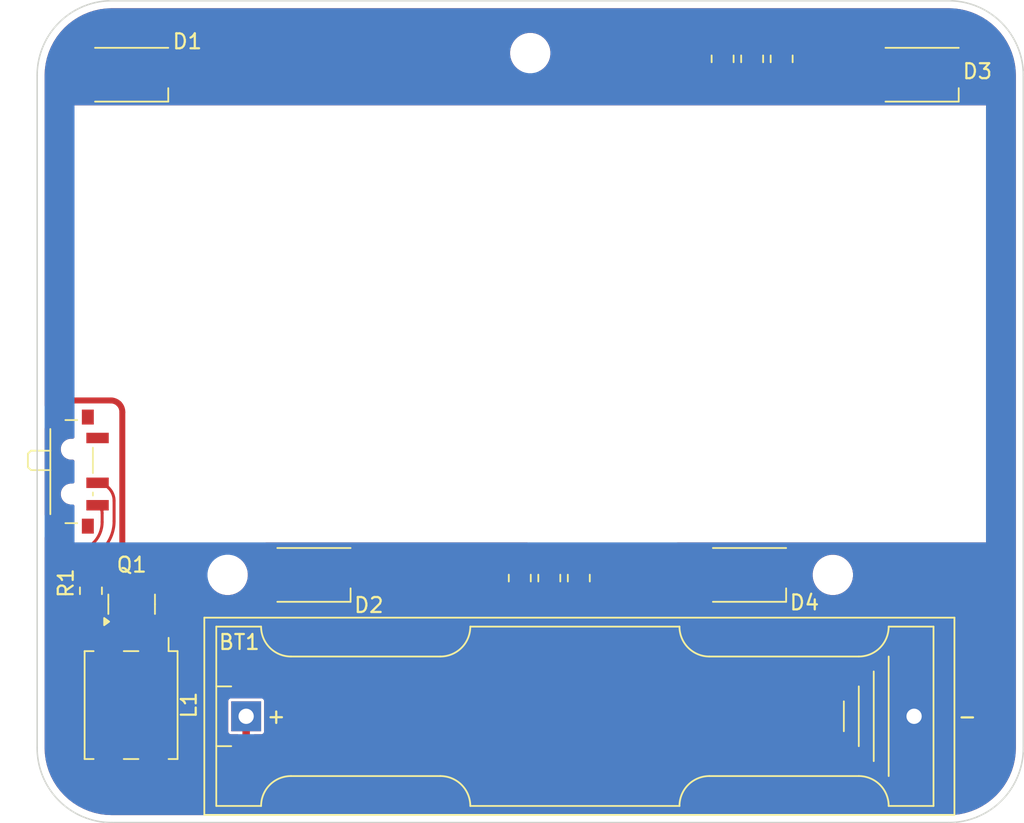
<source format=kicad_pcb>
(kicad_pcb (version 20240108) (generator "pcbnew") (generator_version "8.0")
  (layers (0 "F.Cu" signal) (31 "B.Cu" signal) (34 "B.Paste" user) (35 "F.Paste" user) (36 "B.SilkS" user "B.Silkscreen") (37 "F.SilkS" user "F.Silkscreen") (38 "B.Mask" user) (39 "F.Mask" user) (44 "Edge.Cuts" user))
  (net 0 "")
  (net 1 "Net-(BT1--)")
  (net 2 "Net-(BT1-+)")
  (net 3 "Net-(D1-KB)")
  (net 4 "Net-(D1-KG)")
  (net 5 "Net-(D1-KR)")
  (net 6 "Net-(D1-AB)")
  (net 7 "Net-(D2-KB)")
  (net 8 "Net-(D2-KG)")
  (net 9 "Net-(D2-KR)")
  (net 10 "Net-(D3-AB)")
  (net 11 "Net-(D3-AR)")
  (net 12 "Net-(D3-AG)")
  (net 13 "Net-(D4-AR)")
  (net 14 "Net-(D4-AB)")
  (net 15 "Net-(D4-AG)")
  (net 16 "Net-(Q1-B)")
  (net 17 "Net-(SW1-B)")
  (net 18 "Net-(SW1-C)")
  (footprint "" (layer "F.Cu") (at 113.3 138.55)
    (property "Reference" "" (at 0 0 0) (layer "F.SilkS") (effects (font (size 1.27 1.27))))
    (property "Value" "")
    (pad "" np_thru_hole circle (at -0.55 -0.125) (size 2.2 2.2) (drill 2.2) (layers "F&B.Cu" "*.Mask"))
  )
  (footprint "Resistor_SMD:R_0805_2012Metric" (layer "F.Cu") (at 147.85 103.8875 90)
    (property "Reference" "R4" (hide yes))
    (property "Value" "R")
    (fp_line (start -0.227064 -0.735) (end 0.227064 -0.735) (stroke (width 0.12)) (layer "F.SilkS"))
    (fp_line (start -0.227064 0.735) (end 0.227064 0.735) (stroke (width 0.12)) (layer "F.SilkS"))
    (pad "1" smd roundrect (at -0.9125 0 90) (size 1.025 1.4) (layers "F.Cu" "F.Paste" "F.Mask") (roundrect_rratio 0.243902) (net 5 "Net-(D1-KR)"))
    (pad "2" smd roundrect (at 0.9125 0 90) (size 1.025 1.4) (layers "F.Cu" "F.Paste" "F.Mask") (roundrect_rratio 0.243902) (net 11 "Net-(D3-AR)"))
  )
  (footprint "Package_TO_SOT_SMD:SOT-23" (layer "F.Cu") (at 106.325 140.3875 90)
    (property "Reference" "Q1" (at 2.6375 0 180) (layer "F.SilkS"))
    (property "Value" "Q_NPN_BEC")
    (fp_line (start 0 -1.56) (end 0.65 -1.56) (stroke (width 0.12)) (layer "F.SilkS"))
    (fp_line (start 0 -1.56) (end -0.65 -1.56) (stroke (width 0.12)) (layer "F.SilkS"))
    (fp_line (start 0 1.56) (end 0.65 1.56) (stroke (width 0.12)) (layer "F.SilkS"))
    (fp_line (start 0 1.56) (end -0.65 1.56) (stroke (width 0.12)) (layer "F.SilkS"))
    (fp_poly (pts (xy -1.1625 -1.51) (xy -1.4025 -1.84) (xy -0.9225 -1.84) (xy -1.1625 -1.51)) (stroke (width 0.12)) (fill solid) (layer "F.SilkS"))
    (pad "1" smd roundrect (at -0.9375 -0.95 90) (size 1.475 0.6) (layers "F.Cu" "F.Paste" "F.Mask") (net 16 "Net-(Q1-B)"))
    (pad "2" smd roundrect (at -0.9375 0.95 90) (size 1.475 0.6) (layers "F.Cu" "F.Paste" "F.Mask") (net 1 "Net-(BT1--)"))
    (pad "3" smd roundrect (at 0.9375 0 90) (size 1.475 0.6) (layers "F.Cu" "F.Paste" "F.Mask") (net 6 "Net-(D1-AB)"))
  )
  (footprint "Resistor_SMD:R_0805_2012Metric" (layer "F.Cu") (at 132.3 138.6375 90)
    (property "Reference" "R6" (hide yes))
    (property "Value" "R")
    (fp_line (start -0.227064 -0.735) (end 0.227064 -0.735) (stroke (width 0.12)) (layer "F.SilkS"))
    (fp_line (start -0.227064 0.735) (end 0.227064 0.735) (stroke (width 0.12)) (layer "F.SilkS"))
    (pad "1" smd roundrect (at -0.9125 0 90) (size 1.025 1.4) (layers "F.Cu" "F.Paste" "F.Mask") (roundrect_rratio 0.243902) (net 8 "Net-(D2-KG)"))
    (pad "2" smd roundrect (at 0.9125 0 90) (size 1.025 1.4) (layers "F.Cu" "F.Paste" "F.Mask") (roundrect_rratio 0.243902) (net 15 "Net-(D4-AG)"))
  )
  (footprint "Resistor_SMD:R_0805_2012Metric" (layer "F.Cu") (at 136.25 138.6375 90)
    (property "Reference" "R5" (hide yes))
    (property "Value" "R")
    (fp_line (start -0.227064 -0.735) (end 0.227064 -0.735) (stroke (width 0.12)) (layer "F.SilkS"))
    (fp_line (start -0.227064 0.735) (end 0.227064 0.735) (stroke (width 0.12)) (layer "F.SilkS"))
    (pad "1" smd roundrect (at -0.9125 0 90) (size 1.025 1.4) (layers "F.Cu" "F.Paste" "F.Mask") (roundrect_rratio 0.243902) (net 7 "Net-(D2-KB)"))
    (pad "2" smd roundrect (at 0.9125 0 90) (size 1.025 1.4) (layers "F.Cu" "F.Paste" "F.Mask") (roundrect_rratio 0.243902) (net 14 "Net-(D4-AB)"))
  )
  (footprint "Button_Switch_SMD:SW_SPDT_PCM12" (layer "F.Cu") (at 102.6125 131.511433 -90)
    (property "Reference" "SW1" (hide yes))
    (property "Value" "SW_SPDT")
    (fp_line (start -1.2 3.23) (end -0.3 3.23) (stroke (width 0.12)) (layer "F.SilkS"))
    (fp_line (start -1.4 3.02) (end -1.2 3.23) (stroke (width 0.12)) (layer "F.SilkS"))
    (fp_line (start -0.1 3.02) (end -0.3 3.23) (stroke (width 0.12)) (layer "F.SilkS"))
    (fp_line (start -0.1 3.02) (end -0.1 1.73) (stroke (width 0.12)) (layer "F.SilkS"))
    (fp_line (start -2.85 1.73) (end 2.85 1.73) (stroke (width 0.12)) (layer "F.SilkS"))
    (fp_line (start -1.4 1.73) (end -1.4 3.02) (stroke (width 0.12)) (layer "F.SilkS"))
    (fp_line (start 3.45 0.72) (end 3.45 -0.07) (stroke (width 0.12)) (layer "F.SilkS"))
    (fp_line (start -3.45 -0.07) (end -3.45 0.72) (stroke (width 0.12)) (layer "F.SilkS"))
    (fp_line (start -1.6 -1.12) (end 0.1 -1.12) (stroke (width 0.12)) (layer "F.SilkS"))
    (fp_line (start 1.4 -1.12) (end 1.6 -1.12) (stroke (width 0.12)) (layer "F.SilkS"))
    (pad "" smd rect (at -3.65 -0.78 270) (size 1 0.8) (layers "F.Cu" "F.Paste" "F.Mask"))
    (pad "" smd rect (at -3.65 1.43 270) (size 1 0.8) (layers "F.Cu" "F.Paste" "F.Mask"))
    (pad "" np_thru_hole circle (at -1.5 0.33 270) (size 0.9 0.9) (drill 0.9) (layers "*.Cu" "*.Mask"))
    (pad "" np_thru_hole circle (at 1.5 0.33 270) (size 0.9 0.9) (drill 0.9) (layers "*.Cu" "*.Mask"))
    (pad "" smd rect (at 3.65 -0.78 270) (size 1 0.8) (layers "F.Cu" "F.Paste" "F.Mask"))
    (pad "" smd rect (at 3.65 1.43 270) (size 1 0.8) (layers "F.Cu" "F.Paste" "F.Mask"))
    (pad "1" smd rect (at -2.25 -1.43 270) (size 0.7 1.5) (layers "F.Cu" "F.Paste" "F.Mask"))
    (pad "2" smd rect (at 0.75 -1.43 270) (size 0.7 1.5) (layers "F.Cu" "F.Paste" "F.Mask") (net 17 "Net-(SW1-B)"))
    (pad "3" smd rect (at 2.25 -1.43 270) (size 0.7 1.5) (layers "F.Cu" "F.Paste" "F.Mask") (net 18 "Net-(SW1-C)"))
  )
  (footprint "Resistor_SMD:R_0805_2012Metric" (layer "F.Cu") (at 145.875 103.8875 90)
    (property "Reference" "R3" (hide yes))
    (property "Value" "R")
    (fp_line (start -0.227064 -0.735) (end 0.227064 -0.735) (stroke (width 0.12)) (layer "F.SilkS"))
    (fp_line (start -0.227064 0.735) (end 0.227064 0.735) (stroke (width 0.12)) (layer "F.SilkS"))
    (pad "1" smd roundrect (at -0.9125 0 90) (size 1.025 1.4) (layers "F.Cu" "F.Paste" "F.Mask") (roundrect_rratio 0.243902) (net 4 "Net-(D1-KG)"))
    (pad "2" smd roundrect (at 0.9125 0 90) (size 1.025 1.4) (layers "F.Cu" "F.Paste" "F.Mask") (roundrect_rratio 0.243902) (net 12 "Net-(D3-AG)"))
  )
  (footprint "LED_SMD:LED_RGB_PLCC-6" (layer "F.Cu") (at 147.575 138.425 180)
    (property "Reference" "D4" (at -3.775 -1.85 0) (layer "F.SilkS"))
    (property "Value" "CLX6F-FKC")
    (fp_line (start 2.35 -1.8) (end -2.55 -1.8) (stroke (width 0.12)) (layer "F.SilkS"))
    (fp_line (start -2.55 1.8) (end 2.35 1.8) (stroke (width 0.12)) (layer "F.SilkS"))
    (fp_line (start -2.55 -1.8) (end -2.55 -0.9) (stroke (width 0.12)) (layer "F.SilkS"))
    (pad "1" smd rect (at -1.55 -1.1 270) (size 0.7 1.3) (layers "F.Cu" "F.Paste" "F.Mask") (net 1 "Net-(BT1--)"))
    (pad "2" smd rect (at -1.55 0 270) (size 0.7 1.3) (layers "F.Cu" "F.Paste" "F.Mask") (net 1 "Net-(BT1--)"))
    (pad "3" smd rect (at -1.55 1.1 270) (size 0.7 1.3) (layers "F.Cu" "F.Paste" "F.Mask") (net 1 "Net-(BT1--)"))
    (pad "4" smd rect (at 1.55 1.1 270) (size 0.7 1.3) (layers "F.Cu" "F.Paste" "F.Mask") (net 13 "Net-(D4-AR)"))
    (pad "5" smd rect (at 1.55 0 270) (size 0.7 1.3) (layers "F.Cu" "F.Paste" "F.Mask") (net 15 "Net-(D4-AG)"))
    (pad "6" smd rect (at 1.55 -1.1 270) (size 0.7 1.3) (layers "F.Cu" "F.Paste" "F.Mask") (net 14 "Net-(D4-AB)"))
  )
  (footprint "" (layer "F.Cu") (at 113.2 138.425)
    (property "Reference" "" (at 0 0 0) (layer "F.SilkS") (effects (font (size 1.27 1.27))))
    (property "Value" "")
    (pad "" np_thru_hole circle (at 19.8 -34.925) (size 2.2 2.2) (drill 2.2) (layers "F&B.Cu" "*.Mask"))
  )
  (footprint "LED_SMD:LED_RGB_PLCC-6" (layer "F.Cu") (at 159.125 104.95 180)
    (property "Reference" "D3" (at -3.8 0.225 0) (layer "F.SilkS"))
    (property "Value" "CLX6F-FKC")
    (fp_line (start 2.35 -1.8) (end -2.55 -1.8) (stroke (width 0.12)) (layer "F.SilkS"))
    (fp_line (start -2.55 1.8) (end 2.35 1.8) (stroke (width 0.12)) (layer "F.SilkS"))
    (fp_line (start -2.55 -1.8) (end -2.55 -0.9) (stroke (width 0.12)) (layer "F.SilkS"))
    (pad "1" smd rect (at -1.55 -1.1 270) (size 0.7 1.3) (layers "F.Cu" "F.Paste" "F.Mask") (net 1 "Net-(BT1--)"))
    (pad "2" smd rect (at -1.55 0 270) (size 0.7 1.3) (layers "F.Cu" "F.Paste" "F.Mask") (net 1 "Net-(BT1--)"))
    (pad "3" smd rect (at -1.55 1.1 270) (size 0.7 1.3) (layers "F.Cu" "F.Paste" "F.Mask") (net 1 "Net-(BT1--)"))
    (pad "4" smd rect (at 1.55 1.1 270) (size 0.7 1.3) (layers "F.Cu" "F.Paste" "F.Mask") (net 11 "Net-(D3-AR)"))
    (pad "5" smd rect (at 1.55 0 270) (size 0.7 1.3) (layers "F.Cu" "F.Paste" "F.Mask") (net 12 "Net-(D3-AG)"))
    (pad "6" smd rect (at 1.55 -1.1 270) (size 0.7 1.3) (layers "F.Cu" "F.Paste" "F.Mask") (net 10 "Net-(D3-AB)"))
  )
  (footprint "Resistor_SMD:R_0805_2012Metric" (layer "F.Cu") (at 103.6 139.4875 -90)
    (property "Reference" "R1" (at -0.5125 1.675 90) (layer "F.SilkS"))
    (property "Value" "R")
    (fp_line (start -0.227064 0.735) (end 0.227064 0.735) (stroke (width 0.12)) (layer "F.SilkS"))
    (fp_line (start -0.227064 -0.735) (end 0.227064 -0.735) (stroke (width 0.12)) (layer "F.SilkS"))
    (pad "1" smd roundrect (at -0.9125 0 270) (size 1.025 1.4) (layers "F.Cu" "F.Paste" "F.Mask") (roundrect_rratio 0.243902) (net 17 "Net-(SW1-B)"))
    (pad "2" smd roundrect (at 0.9125 0 270) (size 1.025 1.4) (layers "F.Cu" "F.Paste" "F.Mask") (roundrect_rratio 0.243902) (net 16 "Net-(Q1-B)"))
  )
  (footprint "LED_SMD:LED_RGB_PLCC-6" (layer "F.Cu") (at 118.425 138.425 180)
    (property "Reference" "D2" (at -3.775 -2.025 0) (layer "F.SilkS"))
    (property "Value" "CLX6F-FKC")
    (fp_line (start 2.35 -1.8) (end -2.55 -1.8) (stroke (width 0.12)) (layer "F.SilkS"))
    (fp_line (start -2.55 1.8) (end 2.35 1.8) (stroke (width 0.12)) (layer "F.SilkS"))
    (fp_line (start -2.55 -1.8) (end -2.55 -0.9) (stroke (width 0.12)) (layer "F.SilkS"))
    (pad "1" smd rect (at -1.55 -1.1 270) (size 0.7 1.3) (layers "F.Cu" "F.Paste" "F.Mask") (net 7 "Net-(D2-KB)"))
    (pad "2" smd rect (at -1.55 0 270) (size 0.7 1.3) (layers "F.Cu" "F.Paste" "F.Mask") (net 8 "Net-(D2-KG)"))
    (pad "3" smd rect (at -1.55 1.1 270) (size 0.7 1.3) (layers "F.Cu" "F.Paste" "F.Mask") (net 9 "Net-(D2-KR)"))
    (pad "4" smd rect (at 1.55 1.1 270) (size 0.7 1.3) (layers "F.Cu" "F.Paste" "F.Mask") (net 6 "Net-(D1-AB)"))
    (pad "5" smd rect (at 1.55 0 270) (size 0.7 1.3) (layers "F.Cu" "F.Paste" "F.Mask") (net 6 "Net-(D1-AB)"))
    (pad "6" smd rect (at 1.55 -1.1 270) (size 0.7 1.3) (layers "F.Cu" "F.Paste" "F.Mask") (net 6 "Net-(D1-AB)"))
  )
  (footprint "Inductor_SMD:L_CommonModeChoke_TDK_ACM7060" (layer "F.Cu") (at 106.2875 147.136433 -90)
    (property "Reference" "L1" (at 0 -3.87 90) (layer "F.SilkS"))
    (property "Value" "L_Ferrite_Coupled")
    (fp_line (start -3.61 3.11) (end 3.61 3.11) (stroke (width 0.12)) (layer "F.SilkS"))
    (fp_line (start -3.61 3.11) (end -3.61 2.51) (stroke (width 0.12)) (layer "F.SilkS"))
    (fp_line (start 3.61 3.11) (end 3.61 2.51) (stroke (width 0.12)) (layer "F.SilkS"))
    (fp_line (start -3.61 0.49) (end -3.61 -0.49) (stroke (width 0.12)) (layer "F.SilkS"))
    (fp_line (start 3.61 0.49) (end 3.61 -0.49) (stroke (width 0.12)) (layer "F.SilkS"))
    (fp_line (start -3.61 -2.51) (end -4.5 -2.51) (stroke (width 0.12)) (layer "F.SilkS"))
    (fp_line (start -3.61 -2.51) (end -3.61 -3.11) (stroke (width 0.12)) (layer "F.SilkS"))
    (fp_line (start 3.61 -2.51) (end 3.61 -3.11) (stroke (width 0.12)) (layer "F.SilkS"))
    (fp_line (start -3.61 -3.11) (end 3.61 -3.11) (stroke (width 0.12)) (layer "F.SilkS"))
    (pad "1" smd roundrect (at -3.25 -1.5 270) (size 2.5 1.5) (layers "F.Cu" "F.Paste" "F.Mask") (roundrect_rratio 0.1666666667) (net 6 "Net-(D1-AB)"))
    (pad "2" smd roundrect (at -3.25 1.5 270) (size 2.5 1.5) (layers "F.Cu" "F.Paste" "F.Mask") (roundrect_rratio 0.1666666667) (net 18 "Net-(SW1-C)"))
    (pad "3" smd roundrect (at 3.25 1.5 270) (size 2.5 1.5) (layers "F.Cu" "F.Paste" "F.Mask") (roundrect_rratio 0.1666666667) (net 2 "Net-(BT1-+)"))
    (pad "4" smd roundrect (at 3.25 -1.5 270) (size 2.5 1.5) (layers "F.Cu" "F.Paste" "F.Mask") (roundrect_rratio 0.1666666667) (net 2 "Net-(BT1-+)"))
  )
  (footprint "Battery:BatteryHolder_Keystone_2466_1xAAA" (layer "F.Cu") (at 113.9875 147.886433)
    (property "Reference" "BT1" (at -0.4625 -4.961433 180) (layer "F.SilkS"))
    (property "Value" "Battery_Cell")
    (fp_line (start -2.8 -6.6) (end -2.8 6.6) (stroke (width 0.12)) (layer "F.SilkS"))
    (fp_line (start -2.8 6.6) (end 47.4 6.6) (stroke (width 0.12)) (layer "F.SilkS"))
    (fp_line (start -2 -6) (end -2 6) (stroke (width 0.12)) (layer "F.SilkS"))
    (fp_line (start -2 -6) (end 1 -6) (stroke (width 0.12)) (layer "F.SilkS"))
    (fp_line (start -2 -2) (end -1 -2) (stroke (width 0.12)) (layer "F.SilkS"))
    (fp_line (start -2 6) (end 1 6) (stroke (width 0.12)) (layer "F.SilkS"))
    (fp_line (start -1 2) (end -2 2) (stroke (width 0.12)) (layer "F.SilkS"))
    (fp_line (start 3 -4) (end 13 -4) (stroke (width 0.12)) (layer "F.SilkS"))
    (fp_line (start 3 4) (end 13 4) (stroke (width 0.12)) (layer "F.SilkS"))
    (fp_line (start 15 6) (end 29 6) (stroke (width 0.12)) (layer "F.SilkS"))
    (fp_line (start 29 -6) (end 15 -6) (stroke (width 0.12)) (layer "F.SilkS"))
    (fp_line (start 40 -1) (end 40 1) (stroke (width 0.12)) (layer "F.SilkS"))
    (fp_line (start 41 -4) (end 31 -4) (stroke (width 0.12)) (layer "F.SilkS"))
    (fp_line (start 41 -2) (end 41 2) (stroke (width 0.12)) (layer "F.SilkS"))
    (fp_line (start 41 4) (end 31 4) (stroke (width 0.12)) (layer "F.SilkS"))
    (fp_line (start 42 3) (end 42 -3) (stroke (width 0.12)) (layer "F.SilkS"))
    (fp_line (start 43 -4) (end 43 4) (stroke (width 0.12)) (layer "F.SilkS"))
    (fp_line (start 46 -6) (end 43 -6) (stroke (width 0.12)) (layer "F.SilkS"))
    (fp_line (start 46 -6) (end 46 6) (stroke (width 0.12)) (layer "F.SilkS"))
    (fp_line (start 46 6) (end 43 6) (stroke (width 0.12)) (layer "F.SilkS"))
    (fp_line (start 47.4 -6.6) (end -2.8 -6.6) (stroke (width 0.12)) (layer "F.SilkS"))
    (fp_line (start 47.4 6.6) (end 47.4 -6.6) (stroke (width 0.12)) (layer "F.SilkS"))
    (fp_arc (start 1 6) (mid 1.585786 4.585786) (end 3 4) (stroke (width 0.12)) (layer "F.SilkS"))
    (fp_arc (start 3 -4) (mid 1.585786 -4.585786) (end 1 -6) (stroke (width 0.12)) (layer "F.SilkS"))
    (fp_arc (start 13 4) (mid 14.414214 4.585786) (end 15 6) (stroke (width 0.12)) (layer "F.SilkS"))
    (fp_arc (start 15 -6) (mid 14.414214 -4.585786) (end 13 -4) (stroke (width 0.12)) (layer "F.SilkS"))
    (fp_arc (start 29 6) (mid 29.585786 4.585786) (end 31 4) (stroke (width 0.12)) (layer "F.SilkS"))
    (fp_arc (start 31 -4) (mid 29.585786 -4.585786) (end 29 -6) (stroke (width 0.12)) (layer "F.SilkS"))
    (fp_arc (start 41 4) (mid 42.414214 4.585786) (end 43 6) (stroke (width 0.12)) (layer "F.SilkS"))
    (fp_arc (start 43 -6) (mid 42.414214 -4.585786) (end 41 -4) (stroke (width 0.12)) (layer "F.SilkS"))
    (fp_text user "+" (at 2.0125 -0.011433 0) (layer "F.SilkS"))
    (fp_text user "-" (at 48.26 0 0) (layer "F.SilkS"))
    (pad "1" thru_hole rect (at 0 0) (size 2 2) (drill 1.02) (layers "*.Cu" "*.Mask") (net 2 "Net-(BT1-+)"))
    (pad "2" thru_hole circle (at 44.7 0) (size 2 2) (drill 1.02) (layers "*.Cu" "*.Mask") (net 1 "Net-(BT1--)"))
  )
  (footprint "Resistor_SMD:R_0805_2012Metric" (layer "F.Cu") (at 149.825 103.8875 90)
    (property "Reference" "R2" (hide yes))
    (property "Value" "R")
    (fp_line (start -0.227064 -0.735) (end 0.227064 -0.735) (stroke (width 0.12)) (layer "F.SilkS"))
    (fp_line (start -0.227064 0.735) (end 0.227064 0.735) (stroke (width 0.12)) (layer "F.SilkS"))
    (pad "1" smd roundrect (at -0.9125 0 90) (size 1.025 1.4) (layers "F.Cu" "F.Paste" "F.Mask") (roundrect_rratio 0.243902) (net 3 "Net-(D1-KB)"))
    (pad "2" smd roundrect (at 0.9125 0 90) (size 1.025 1.4) (layers "F.Cu" "F.Paste" "F.Mask") (roundrect_rratio 0.243902) (net 10 "Net-(D3-AB)"))
  )
  (footprint "Resistor_SMD:R_0805_2012Metric" (layer "F.Cu") (at 134.275 138.6375 -90)
    (property "Reference" "R7" (hide yes))
    (property "Value" "R")
    (fp_line (start -0.227064 0.735) (end 0.227064 0.735) (stroke (width 0.12)) (layer "F.SilkS"))
    (fp_line (start -0.227064 -0.735) (end 0.227064 -0.735) (stroke (width 0.12)) (layer "F.SilkS"))
    (pad "1" smd roundrect (at -0.9125 0 270) (size 1.025 1.4) (layers "F.Cu" "F.Paste" "F.Mask") (roundrect_rratio 0.243902) (net 9 "Net-(D2-KR)"))
    (pad "2" smd roundrect (at 0.9125 0 270) (size 1.025 1.4) (layers "F.Cu" "F.Paste" "F.Mask") (roundrect_rratio 0.243902) (net 13 "Net-(D4-AR)"))
  )
  (footprint "LED_SMD:LED_RGB_PLCC-6" (layer "F.Cu") (at 106.225 104.95 180)
    (property "Reference" "D1" (at -3.825 2.225 0) (layer "F.SilkS"))
    (property "Value" "CLX6F-FKC")
    (fp_line (start 2.35 -1.8) (end -2.55 -1.8) (stroke (width 0.12)) (layer "F.SilkS"))
    (fp_line (start -2.55 1.8) (end 2.35 1.8) (stroke (width 0.12)) (layer "F.SilkS"))
    (fp_line (start -2.55 -1.8) (end -2.55 -0.9) (stroke (width 0.12)) (layer "F.SilkS"))
    (pad "1" smd rect (at -1.55 -1.1 270) (size 0.7 1.3) (layers "F.Cu" "F.Paste" "F.Mask") (net 3 "Net-(D1-KB)"))
    (pad "2" smd rect (at -1.55 0 270) (size 0.7 1.3) (layers "F.Cu" "F.Paste" "F.Mask") (net 4 "Net-(D1-KG)"))
    (pad "3" smd rect (at -1.55 1.1 270) (size 0.7 1.3) (layers "F.Cu" "F.Paste" "F.Mask") (net 5 "Net-(D1-KR)"))
    (pad "4" smd rect (at 1.55 1.1 270) (size 0.7 1.3) (layers "F.Cu" "F.Paste" "F.Mask") (net 6 "Net-(D1-AB)"))
    (pad "5" smd rect (at 1.55 0 270) (size 0.7 1.3) (layers "F.Cu" "F.Paste" "F.Mask") (net 6 "Net-(D1-AB)"))
    (pad "6" smd rect (at 1.55 -1.1 270) (size 0.7 1.3) (layers "F.Cu" "F.Paste" "F.Mask") (net 6 "Net-(D1-AB)"))
  )
  (footprint "" (layer "F.Cu") (at 153.25 138.425)
    (property "Reference" "" (at 0 0 0) (layer "F.SilkS") (effects (font (size 1.27 1.27))))
    (property "Value" "")
    (pad "" np_thru_hole circle (at 0 0) (size 2.2 2.2) (drill 2.2) (layers "F&B.Cu" "*.Mask"))
  )
  (gr_arc (start 161 100) (mid 164.535534 101.464466) (end 166 105) (stroke (width 0.1)) (layer "Edge.Cuts"))
  (gr_arc (start 166 150) (mid 164.535534 153.535534) (end 161 155) (stroke (width 0.1)) (layer "Edge.Cuts"))
  (gr_line (start 100 150) (end 100 105) (stroke (width 0.1)) (layer "Edge.Cuts"))
  (gr_arc (start 100 105) (mid 101.464466 101.464466) (end 105 100) (stroke (width 0.1)) (layer "Edge.Cuts"))
  (gr_line (start 161 100) (end 105 100) (stroke (width 0.1)) (layer "Edge.Cuts"))
  (gr_line (start 161 155) (end 105 155) (stroke (width 0.1)) (layer "Edge.Cuts"))
  (gr_line (start 166 150) (end 166 105) (stroke (width 0.1)) (layer "Edge.Cuts"))
  (gr_arc (start 105 155) (mid 101.464466 153.535534) (end 100 150) (stroke (width 0.1)) (layer "Edge.Cuts"))
  (segment (start 113.007735 150.386433) (end 107.7875 150.386433) (width 0.5) (layer "F.Cu") (net 2))
  (segment (start 107.7875 150.386433) (end 104.7875 150.386433) (width 0.5) (layer "F.Cu") (net 2))
  (segment (start 113.9875 149.406668) (end 113.9875 147.886433) (width 0.5) (layer "F.Cu") (net 2))
  (arc (start 113.9875 149.406668) (mid 113.912919 149.781607) (end 113.700533 150.099466) (width 0.5) (layer "F.Cu") (net 2))
  (arc (start 113.700533 150.099466) (mid 113.382674 150.311852) (end 113.007735 150.386433) (width 0.5) (layer "F.Cu") (net 2))
  (segment (start 149.825 105.1) (end 149.825 104.8) (width 0.2) (layer "F.Cu") (net 3))
  (segment (start 149.612867 105.612132) (end 149.499999 105.724999) (width 0.2) (layer "F.Cu") (net 3))
  (segment (start 148.71538 106.05) (end 107.775 106.05) (width 0.2) (layer "F.Cu") (net 3))
  (arc (start 148.71538 106.05) (mid 149.140013 105.965534) (end 149.499999 105.724999) (width 0.2) (layer "F.Cu") (net 3))
  (arc (start 149.612867 105.612132) (mid 149.769868 105.377163) (end 149.825 105.1) (width 0.2) (layer "F.Cu") (net 3))
  (segment (start 144.423959 105.65) (end 110.944974 105.65) (width 0.2) (layer "F.Cu") (net 4))
  (segment (start 145.45 105.225) (end 145.875 104.8) (width 0.2) (layer "F.Cu") (net 4))
  (segment (start 109.255025 104.95) (end 107.775 104.95) (width 0.2) (layer "F.Cu") (net 4))
  (arc (start 110.1 105.3) (mid 109.712322 105.040962) (end 109.255025 104.95) (width 0.2) (layer "F.Cu") (net 4))
  (arc (start 110.1 105.3) (mid 110.487677 105.559037) (end 110.944974 105.65) (width 0.2) (layer "F.Cu") (net 4))
  (arc (start 144.423959 105.65) (mid 144.979248 105.539546) (end 145.45 105.225) (width 0.2) (layer "F.Cu") (net 4))
  (segment (start 146.492222 103.95) (end 145.403006 103.95) (width 0.2) (layer "F.Cu") (net 5))
  (segment (start 144.251302 104.926463) (end 145.025 104.1) (width 0.2) (layer "F.Cu") (net 5))
  (segment (start 147.359053 104.309053) (end 147.85 104.8) (width 0.2) (layer "F.Cu") (net 5))
  (segment (start 107.775 103.85) (end 108.495343 103.85) (width 0.2) (layer "F.Cu") (net 5))
  (segment (start 109.725045 104.359359) (end 109.915686 104.55) (width 0.2) (layer "F.Cu") (net 5))
  (segment (start 111.605635 105.25) (end 143.47023 105.25) (width 0.2) (layer "F.Cu") (net 5))
  (arc (start 143.47023 105.25) (mid 143.892944 105.165915) (end 144.251302 104.926463) (width 0.2) (layer "F.Cu") (net 5))
  (arc (start 145.025 104.1) (mid 145.191644 103.988649) (end 145.388216 103.949548) (width 0.2) (layer "F.Cu") (net 5))
  (arc (start 146.492222 103.95) (mid 146.961347 104.043315) (end 147.359053 104.309053) (width 0.2) (layer "F.Cu") (net 5))
  (arc (start 108.495343 103.85) (mid 109.160853 103.982378) (end 109.725045 104.359359) (width 0.2) (layer "F.Cu") (net 5))
  (arc (start 109.915686 104.55) (mid 110.691041 105.068075) (end 111.605635 105.25) (width 0.2) (layer "F.Cu") (net 5))
  (segment (start 116.875 137.35) (end 116.875 139.55) (width 0.2) (layer "F.Cu") (net 6))
  (segment (start 101.50057 106.059619) (end 101.50057 125.979989) (width 0.4) (layer "F.Cu") (net 6))
  (segment (start 101.777162 126.452162) (end 101.8 126.475) (width 0.2) (layer "F.Cu") (net 6))
  (segment (start 102.609619 104.95) (end 104.675 104.95) (width 0.4) (layer "F.Cu") (net 6))
  (segment (start 107.05625 143.155183) (end 107.7875 143.886433) (width 0.5) (layer "F.Cu") (net 6))
  (segment (start 107.6 139.45) (end 106.325 139.45) (width 0.5) (layer "F.Cu") (net 6))
  (segment (start 104.981801 126.75) (end 102.463908 126.75) (width 0.4) (layer "F.Cu") (net 6))
  (segment (start 110.711541 137.597487) (end 109.772649 138.544544) (width 0.5) (layer "F.Cu") (net 6))
  (segment (start 106.325 141.389789) (end 106.325 139.45) (width 0.5) (layer "F.Cu") (net 6))
  (segment (start 104.675 103.85) (end 104.675 106.05) (width 0.2) (layer "F.Cu") (net 6))
  (segment (start 106.275 137.956323) (end 106.275 139.443676) (width 0.5) (layer "F.Cu") (net 6))
  (segment (start 116.875 137.35) (end 116.065685 137.35) (width 0.5) (layer "F.Cu") (net 6))
  (segment (start 114.134314 136.55) (end 113.225 136.55) (width 0.5) (layer "F.Cu") (net 6))
  (segment (start 105.7 136.662876) (end 105.7 127.575) (width 0.4) (layer "F.Cu") (net 6))
  (segment (start 101.638866 126.313866) (end 101.777162 126.452162) (width 0.4) (layer "F.Cu") (net 6))
  (arc (start 102.609619 104.95) (mid 102.184986 105.034464) (end 101.825 105.275) (width 0.4) (layer "F.Cu") (net 6))
  (arc (start 106.2625 138.025147) (mid 106.168291 137.551524) (end 105.9 137.15) (width 0.5) (layer "F.Cu") (net 6))
  (arc (start 107.05625 143.155183) (mid 106.515045 142.345213) (end 106.325 141.389789) (width 0.5) (layer "F.Cu") (net 6))
  (arc (start 115.1 136.95) (mid 115.54306 137.246043) (end 116.065685 137.35) (width 0.5) (layer "F.Cu") (net 6))
  (arc (start 105.475 126.975) (mid 105.225778 126.808475) (end 104.931801 126.75) (width 0.4) (layer "F.Cu") (net 6))
  (arc (start 102.463908 126.75) (mid 102.104603 126.678529) (end 101.8 126.475) (width 0.4) (layer "F.Cu") (net 6))
  (arc (start 101.50057 106.059619) (mid 101.584623 105.63499) (end 101.825 105.275) (width 0.4) (layer "F.Cu") (net 6))
  (arc (start 107.6 139.45) (mid 108.776887 139.214578) (end 109.772649 138.544544) (width 0.5) (layer "F.Cu") (net 6))
  (arc (start 115.1 136.95) (mid 114.656939 136.653956) (end 114.134314 136.55) (width 0.5) (layer "F.Cu") (net 6))
  (arc (start 101.50057 125.979989) (mid 101.536511 126.160682) (end 101.638866 126.313866) (width 0.4) (layer "F.Cu") (net 6))
  (arc (start 105.7 127.518198) (mid 105.641524 127.224221) (end 105.475 126.975) (width 0.4) (layer "F.Cu") (net 6))
  (arc (start 110.711541 137.597487) (mid 111.863502 136.82235) (end 113.225 136.55) (width 0.5) (layer "F.Cu") (net 6))
  (arc (start 105.85 137.1) (mid 105.738982 136.933853) (end 105.7 136.737876) (width 0.5) (layer "F.Cu") (net 6))
  (segment (start 128.545405 139.525) (end 119.975 139.525) (width 0.2) (layer "F.Cu") (net 7))
  (segment (start 136.25 139.825) (end 136.25 139.55) (width 0.2) (layer "F.Cu") (net 7))
  (segment (start 135.862499 140.487499) (end 136.055545 140.294454) (width 0.2) (layer "F.Cu") (net 7))
  (segment (start 134.926992 140.875) (end 131.804594 140.875) (width 0.2) (layer "F.Cu") (net 7))
  (arc (start 130.175 140.2) (mid 130.922664 140.699573) (end 131.804594 140.875) (width 0.2) (layer "F.Cu") (net 7))
  (arc (start 135.862499 140.487499) (mid 135.433285 140.774291) (end 134.926992 140.875) (width 0.2) (layer "F.Cu") (net 7))
  (arc (start 136.25 139.825) (mid 136.199462 140.079066) (end 136.055545 140.294454) (width 0.2) (layer "F.Cu") (net 7))
  (arc (start 130.175 140.2) (mid 129.427335 139.700426) (end 128.545405 139.525) (width 0.2) (layer "F.Cu") (net 7))
  (segment (start 128.754504 138.425) (end 119.975 138.425) (width 0.2) (layer "F.Cu") (net 8))
  (segment (start 131.470495 139.55) (end 132.3 139.55) (width 0.2) (layer "F.Cu") (net 8))
  (arc (start 131.470495 139.55) (mid 130.735553 139.403811) (end 130.1125 138.9875) (width 0.2) (layer "F.Cu") (net 8))
  (arc (start 128.754504 138.425) (mid 129.489446 138.571188) (end 130.1125 138.9875) (width 0.2) (layer "F.Cu") (net 8))
  (segment (start 133.8 138.2) (end 134.275 137.725) (width 0.2) (layer "F.Cu") (net 9))
  (segment (start 128.545405 137.325) (end 119.975 137.325) (width 0.2) (layer "F.Cu") (net 9))
  (segment (start 131.804594 138.675) (end 132.653248 138.675) (width 0.2) (layer "F.Cu") (net 9))
  (arc (start 133.8 138.2) (mid 133.273865 138.551551) (end 132.653248 138.675) (width 0.2) (layer "F.Cu") (net 9))
  (arc (start 130.175 138) (mid 129.427335 137.500426) (end 128.545405 137.325) (width 0.2) (layer "F.Cu") (net 9))
  (arc (start 130.175 138) (mid 130.922664 138.499573) (end 131.804594 138.675) (width 0.2) (layer "F.Cu") (net 9))
  (segment (start 156.938908 106.05) (end 157.575 106.05) (width 0.2) (layer "F.Cu") (net 10))
  (segment (start 156 103.871231) (end 156 105.111091) (width 0.2) (layer "F.Cu") (net 10))
  (segment (start 155.103768 102.975) (end 149.825 102.975) (width 0.2) (layer "F.Cu") (net 10))
  (arc (start 156.275 105.775) (mid 156.07147 105.470396) (end 156 105.111091) (width 0.2) (layer "F.Cu") (net 10))
  (arc (start 156.275 105.775) (mid 156.579603 105.978529) (end 156.938908 106.05) (width 0.2) (layer "F.Cu") (net 10))
  (arc (start 156 103.871231) (mid 155.931778 103.528258) (end 155.7375 103.2375) (width 0.2) (layer "F.Cu") (net 10))
  (arc (start 155.103768 102.975) (mid 155.446741 103.043221) (end 155.7375 103.2375) (width 0.2) (layer "F.Cu") (net 10))
  (segment (start 147.85 102.14571) (end 147.85 102.975) (width 0.2) (layer "F.Cu") (net 11))
  (segment (start 157.551819 102.27373) (end 157.575 103.85) (width 0.2) (layer "F.Cu") (net 11))
  (segment (start 148.02071 101.975) (end 157.251256 101.975) (width 0.2) (layer "F.Cu") (net 11))
  (arc (start 157.551819 102.27373) (mid 157.527764 102.159402) (end 157.4625 102.0625) (width 0.2) (layer "F.Cu") (net 11))
  (arc (start 157.251256 101.975) (mid 157.36558 101.99774) (end 157.4625 102.0625) (width 0.2) (layer "F.Cu") (net 11))
  (arc (start 147.85 102.14571) (mid 147.862994 102.080382) (end 147.9 102.025) (width 0.2) (layer "F.Cu") (net 11))
  (arc (start 148.02071 101.975) (mid 147.955382 101.987994) (end 147.9 102.025) (width 0.2) (layer "F.Cu") (net 11))
  (segment (start 158.599546 104.693934) (end 158.588406 102.08713) (width 0.2) (layer "F.Cu") (net 12))
  (segment (start 158.343933 104.95) (end 157.575 104.95) (width 0.2) (layer "F.Cu") (net 12))
  (segment (start 145.875 102.044454) (end 145.875 102.975) (width 0.2) (layer "F.Cu") (net 12))
  (segment (start 146.0125 101.7125) (end 146.15 101.575) (width 0.2) (layer "F.Cu") (net 12))
  (segment (start 158.075367 101.575) (end 146.1625 101.575) (width 0.2) (layer "F.Cu") (net 12))
  (arc (start 146.0125 101.7125) (mid 145.910735 101.864801) (end 145.875 102.044454) (width 0.2) (layer "F.Cu") (net 12))
  (arc (start 158.525 104.875) (mid 158.441925 104.930508) (end 158.343933 104.95) (width 0.2) (layer "F.Cu") (net 12))
  (arc (start 158.4375 101.725) (mid 158.271352 101.613983) (end 158.075367 101.575) (width 0.2) (layer "F.Cu") (net 12))
  (arc (start 158.525 104.875) (mid 158.580381 104.791922) (end 158.599546 104.693934) (width 0.2) (layer "F.Cu") (net 12))
  (arc (start 158.4375 101.725) (mid 158.548768 101.89114) (end 158.588406 102.08713) (width 0.2) (layer "F.Cu") (net 12))
  (segment (start 144.594409 139.694409) (end 144.35625 139.45625) (width 0.2) (layer "F.Cu") (net 13))
  (segment (start 136.003445 138.5375) (end 142.138191 138.5375) (width 0.2) (layer "F.Cu") (net 13))
  (segment (start 134.78125 139.04375) (end 134.275 139.55) (width 0.2) (layer "F.Cu") (net 13))
  (segment (start 147.19375 140.375) (end 146.2375 140.375) (width 0.2) (layer "F.Cu") (net 13))
  (segment (start 146.961351 137.35) (end 146.35 137.35) (width 0.2) (layer "F.Cu") (net 13))
  (segment (start 147.36875 140.19375) (end 147.204419 140.35808) (width 0.2) (layer "F.Cu") (net 13))
  (segment (start 147.5375 137.926148) (end 147.5375 139.786351) (width 0.2) (layer "F.Cu") (net 13))
  (arc (start 147.2 140.36875) (mid 147.201148 140.362975) (end 147.204419 140.35808) (width 0.2) (layer "F.Cu") (net 13))
  (arc (start 142.138191 138.5375) (mid 143.338595 138.776275) (end 144.35625 139.45625) (width 0.2) (layer "F.Cu") (net 13))
  (arc (start 147.36875 137.51875) (mid 147.181833 137.393856) (end 146.961351 137.35) (width 0.2) (layer "F.Cu") (net 13))
  (arc (start 147.36875 137.51875) (mid 147.493643 137.705665) (end 147.5375 137.926148) (width 0.2) (layer "F.Cu") (net 13))
  (arc (start 144.594409 139.694409) (mid 145.348265 140.19812) (end 146.2375 140.375) (width 0.2) (layer "F.Cu") (net 13))
  (arc (start 147.19375 140.375) (mid 147.198169 140.373169) (end 147.2 140.36875) (width 0.2) (layer "F.Cu") (net 13))
  (arc (start 147.5375 139.786351) (mid 147.493643 140.006833) (end 147.36875 140.19375) (width 0.2) (layer "F.Cu") (net 13))
  (arc (start 136.003445 138.5375) (mid 135.341997 138.66907) (end 134.78125 139.04375) (width 0.2) (layer "F.Cu") (net 13))
  (segment (start 145.742157 139.525) (end 146.025 139.525) (width 0.2) (layer "F.Cu") (net 14))
  (segment (start 144.559314 138.625) (end 145.259313 139.324999) (width 0.2) (layer "F.Cu") (net 14))
  (segment (start 142.386521 137.725) (end 136.25 137.725) (width 0.2) (layer "F.Cu") (net 14))
  (arc (start 144.559314 138.625) (mid 143.562428 137.958902) (end 142.386521 137.725) (width 0.2) (layer "F.Cu") (net 14))
  (arc (start 145.259313 139.324999) (mid 145.480843 139.473021) (end 145.742157 139.525) (width 0.2) (layer "F.Cu") (net 14))
  (segment (start 132.3 137.525) (end 132.3 137.725) (width 0.2) (layer "F.Cu") (net 15))
  (segment (start 145.65 138.45) (end 146.35 138.45) (width 0.2) (layer "F.Cu") (net 15))
  (segment (start 144.0625 137.5625) (end 144.455025 137.955025) (width 0.2) (layer "F.Cu") (net 15))
  (segment (start 141.919885 136.675) (end 133.409619 136.675) (width 0.2) (layer "F.Cu") (net 15))
  (segment (start 132.441421 137.183578) (end 132.624999 136.999999) (width 0.2) (layer "F.Cu") (net 15))
  (arc (start 144.0625 137.5625) (mid 143.079459 136.905653) (end 141.919885 136.675) (width 0.2) (layer "F.Cu") (net 15))
  (arc (start 132.441421 137.183578) (mid 132.336754 137.340223) (end 132.3 137.525) (width 0.2) (layer "F.Cu") (net 15))
  (arc (start 144.455025 137.955025) (mid 145.003284 138.32136) (end 145.65 138.45) (width 0.2) (layer "F.Cu") (net 15))
  (arc (start 132.624999 136.999999) (mid 132.984986 136.759464) (end 133.409619 136.675) (width 0.2) (layer "F.Cu") (net 15))
  (segment (start 104.75052 140.70052) (end 105.375 141.325) (width 0.2) (layer "F.Cu") (net 16))
  (segment (start 104.025 140.4) (end 103.6 140.4) (width 0.2) (layer "F.Cu") (net 16))
  (arc (start 104.75052 140.70052) (mid 104.417648 140.478102) (end 104.025 140.4) (width 0.2) (layer "F.Cu") (net 16))
  (segment (start 103.988908 137.086091) (end 104.375 136.7) (width 0.2) (layer "F.Cu") (net 17))
  (segment (start 103.6 138.025) (end 103.6 138.575) (width 0.2) (layer "F.Cu") (net 17))
  (segment (start 104.2425 132.261433) (end 104.0425 132.261433) (width 0.2) (layer "F.Cu") (net 17))
  (segment (start 105.15 134.828984) (end 105.15 133.469211) (width 0.2) (layer "F.Cu") (net 17))
  (segment (start 104.583921 132.402854) (end 104.79625 132.615183) (width 0.2) (layer "F.Cu") (net 17))
  (arc (start 105.15 134.828984) (mid 104.948584 135.84157) (end 104.375 136.7) (width 0.2) (layer "F.Cu") (net 17))
  (arc (start 105.15 133.469211) (mid 105.058063 133.007014) (end 104.79625 132.615183) (width 0.2) (layer "F.Cu") (net 17))
  (arc (start 103.988908 137.086091) (mid 103.701073 137.516866) (end 103.6 138.025) (width 0.2) (layer "F.Cu") (net 17))
  (arc (start 104.583921 132.402854) (mid 104.427275 132.298187) (end 104.2425 132.261433) (width 0.2) (layer "F.Cu") (net 17))
  (segment (start 103.77333 136.276669) (end 102.730323 137.319676) (width 0.2) (layer "F.Cu") (net 18))
  (segment (start 102.2625 143.5875) (end 102.568216 143.893216) (width 0.2) (layer "F.Cu") (net 18))
  (segment (start 104.35 134.286368) (end 104.35 134.884466) (width 0.2) (layer "F.Cu") (net 18))
  (segment (start 102.59816 143.886433) (end 104.7875 143.886433) (width 0.2) (layer "F.Cu") (net 18))
  (segment (start 104.19625 133.915183) (end 104.3625 134.081433) (width 0.2) (layer "F.Cu") (net 18))
  (segment (start 102.727542 137.32639) (end 102.339466 137.714466) (width 0.2) (layer "F.Cu") (net 18))
  (segment (start 101.95 138.654721) (end 101.95 142.833058) (width 0.2) (layer "F.Cu") (net 18))
  (arc (start 104.35 134.286368) (mid 104.310041 134.085484) (end 104.19625 133.915183) (width 0.2) (layer "F.Cu") (net 18))
  (arc (start 102.2625 143.5875) (mid 102.031216 143.241359) (end 101.95 142.833058) (width 0.2) (layer "F.Cu") (net 18))
  (arc (start 102.728933 137.323033) (mid 102.728571 137.32485) (end 102.727542 137.32639) (width 0.2) (layer "F.Cu") (net 18))
  (arc (start 102.581783 143.893216) (mid 102.574999 143.896025) (end 102.568216 143.893216) (width 0.2) (layer "F.Cu") (net 18))
  (arc (start 104.19625 133.915183) (mid 104.19625 133.915183) (end 104.19625 133.915183) (width 0.2) (layer "F.Cu") (net 18))
  (arc (start 101.95 138.654721) (mid 102.051218 138.145858) (end 102.339466 137.714466) (width 0.2) (layer "F.Cu") (net 18))
  (arc (start 102.728933 137.323033) (mid 102.729294 137.321216) (end 102.730323 137.319676) (width 0.2) (layer "F.Cu") (net 18))
  (arc (start 102.581783 143.893216) (mid 102.589297 143.888195) (end 102.59816 143.886433) (width 0.2) (layer "F.Cu") (net 18))
  (arc (start 103.77333 136.276669) (mid 104.200128 135.637921) (end 104.35 134.884466) (width 0.2) (layer "F.Cu") (net 18))
  (zone (net 0) (net_name "") (layer "F.Cu") (connect_pads (clearance 0)) (min_thickness 0.25)
    (keepout (tracks allowed) (vias allowed) (pads allowed) (copperpour not_allowed) (footprints allowed))
    (fill (thermal_gap 0.5) (thermal_bridge_width 0.5) (island_removal_mode 1) (island_area_min 10))
    (polygon (pts (xy 102.325 136.275) (xy 106.725 136.275) (xy 106.725 143.825) (xy 102.325 143.825)))
  )
  (zone (net 0) (net_name "") (layer "F.Cu") (connect_pads (clearance 0)) (min_thickness 0.25)
    (keepout (tracks allowed) (vias allowed) (pads allowed) (copperpour not_allowed) (footprints allowed))
    (fill (thermal_gap 0.5) (thermal_bridge_width 0.5) (island_removal_mode 1) (island_area_min 10))
    (polygon (pts (xy 106.725 136.275) (xy 111.4 136.275) (xy 111.4 139.7) (xy 106.725 139.7)))
  )
  (zone (net 0) (net_name "") (layer "F.Cu") (connect_pads yes (clearance 0)) (min_thickness 0.25)
    (keepout (tracks allowed) (vias allowed) (pads allowed) (copperpour not_allowed) (footprints allowed))
    (fill (thermal_gap 0.5) (thermal_bridge_width 0.5) (island_removal_mode 1) (island_area_min 10))
    (polygon (pts (xy 108.25 103.525) (xy 110.3 103.525) (xy 110.3 106.575) (xy 108.25 106.575)))
  )
  (zone (net 0) (net_name "") (layer "F.Cu") (connect_pads yes (clearance 0)) (min_thickness 0.25)
    (keepout (tracks allowed) (vias allowed) (pads allowed) (copperpour not_allowed) (footprints allowed))
    (fill (thermal_gap 0.5) (thermal_bridge_width 0.5) (island_removal_mode 1) (island_area_min 10))
    (polygon (pts (xy 120.025 136.975) (xy 147.7 136.975) (xy 147.7 140.6) (xy 120.025 140.6)))
  )
  (zone (net 0) (net_name "") (layer "F.Cu") (connect_pads yes (clearance 0)) (min_thickness 0.25)
    (keepout (tracks allowed) (vias allowed) (pads allowed) (copperpour not_allowed) (footprints allowed))
    (fill (thermal_gap 0.5) (thermal_bridge_width 0.5) (island_removal_mode 1) (island_area_min 10))
    (polygon (pts (xy 144.35 101.65) (xy 159.2 101.65) (xy 159.2 106.4) (xy 144.35 106.4)))
  )
  (zone (net 1) (net_name "Net-(BT1--)") (layers "F&B.Cu") (priority 1) (connect_pads yes (clearance 0)) (min_thickness 0.25) (fill yes (thermal_gap 0.5) (thermal_bridge_width 0.5) (island_removal_mode 1) (island_area_min 10))
    (polygon (pts (xy 100 100) (xy 166 100) (xy 166 155) (xy 100 155)))
  )
  (zone (net 0) (net_name "") (layers "F&B.Cu" "User.4") (connect_pads yes (clearance 0)) (min_thickness 0.25)
    (keepout (tracks allowed) (vias allowed) (pads allowed) (copperpour not_allowed) (footprints allowed))
    (fill (thermal_gap 0.5) (thermal_bridge_width 0.5) (island_removal_mode 1) (island_area_min 10))
    (polygon (pts (xy 102.5 107) (xy 163.5 107) (xy 163.5 136.25) (xy 102.5 136.25)))
  )
)
</source>
